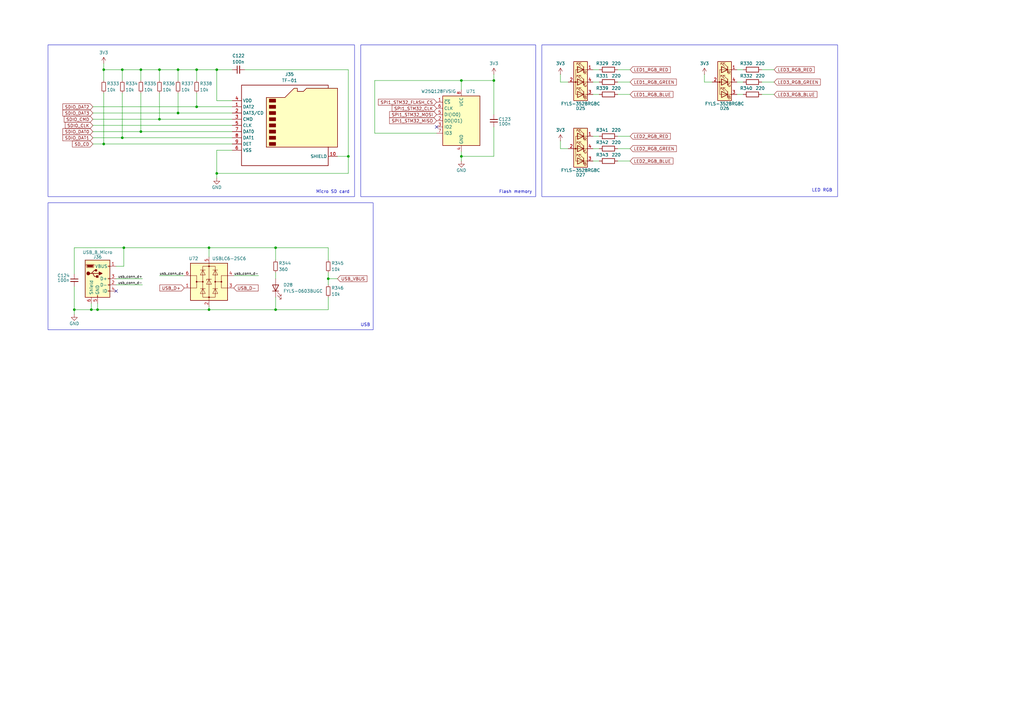
<source format=kicad_sch>
(kicad_sch (version 20231120) (generator "eeschema") (generator_version "8.0")
  (paper "A3")
  (lib_symbols
    (symbol "Connector:Micro_SD_Card_Det1"
      (property "Reference" "J1" (at 0.635 20.32 0))
      (property "Value" "Micro_SD_Card_Con" (at 0.635 17.78 0))
      (symbol "Micro_SD_Card_Det1_0_1"
        (rectangle (start -7.62 -6.985) (end -5.08 -8.255) (stroke (width 0.254)) (fill (type outline)))
        (rectangle (start -7.62 -4.445) (end -5.08 -5.715) (stroke (width 0.254)) (fill (type outline)))
        (rectangle (start -7.62 -1.905) (end -5.08 -3.175) (stroke (width 0.254)) (fill (type outline)))
        (rectangle (start -7.62 0.635) (end -5.08 -0.635) (stroke (width 0.254)) (fill (type outline)))
        (rectangle (start -7.62 3.175) (end -5.08 1.905) (stroke (width 0.254)) (fill (type outline)))
        (rectangle (start -7.62 5.715) (end -5.08 4.445) (stroke (width 0.254)) (fill (type outline)))
        (rectangle (start -7.62 8.255) (end -5.08 6.985) (stroke (width 0.254)) (fill (type outline)))
        (rectangle (start -7.62 10.795) (end -5.08 9.525) (stroke (width 0.254)) (fill (type outline)))
        (polyline (pts (xy 16.51 15.24) (xy 16.51 16.51) (xy -19.05 16.51) (xy -19.05 -16.51) (xy 16.51 -16.51) (xy 16.51 -8.89)) (stroke (width 0.254)))
        (polyline (pts (xy -8.89 -8.89) (xy -8.89 11.43) (xy -1.27 11.43) (xy 2.54 15.24) (xy 3.81 15.24) (xy 3.81 13.97) (xy 6.35 13.97) (xy 7.62 15.24) (xy 20.32 15.24) (xy 20.32 -8.89) (xy -8.89 -8.89)) (stroke (width 0.254)) (fill (type background)))
      )
      (symbol "Micro_SD_Card_Det1_1_1"
        (pin bidirectional line (at -22.86 7.62 0) (length 3.81) (name "DAT2") (number "1"))
        (pin passive line (at 20.32 -12.7 180) (length 3.81) (name "SHIELD") (number "10"))
        (pin bidirectional line (at -22.86 5.08 0) (length 3.81) (name "DAT3/CD") (number "2"))
        (pin input line (at -22.86 2.54 0) (length 3.81) (name "CMD") (number "3"))
        (pin power_in line (at -22.86 10.16 0) (length 3.81) (name "VDD") (number "4"))
        (pin input line (at -22.86 0 0) (length 3.81) (name "CLK") (number "5"))
        (pin power_in line (at -22.86 -10.16 0) (length 3.81) (name "VSS") (number "6"))
        (pin bidirectional line (at -22.86 -2.54 0) (length 3.81) (name "DAT0") (number "7"))
        (pin bidirectional line (at -22.86 -5.08 0) (length 3.81) (name "DAT1") (number "8"))
        (pin passive line (at -22.86 -7.62 0) (length 3.81) (name "DET") (number "9"))
      )
    )
    (symbol "Connector:USB_B_Micro" (pin_names (offset 1.016))
      (property "Reference" "J" (at -5.08 11.43 0))
      (property "Value" "USB_B_Micro" (at -5.08 8.89 0))
      (symbol "USB_B_Micro_0_1"
        (rectangle (start -5.08 -7.62) (end 5.08 7.62) (stroke (width 0.254)) (fill (type background)))
        (circle (center -3.81 2.159) (radius 0.635) (stroke (width 0.254)) (fill (type outline)))
        (circle (center -0.635 3.429) (radius 0.381) (stroke (width 0.254)) (fill (type outline)))
        (rectangle (start -0.127 -7.62) (end 0.127 -6.858))
        (polyline (pts (xy -1.905 2.159) (xy 0.635 2.159)) (stroke (width 0.254)))
        (polyline (pts (xy -3.175 2.159) (xy -2.54 2.159) (xy -1.27 3.429) (xy -0.635 3.429)) (stroke (width 0.254)))
        (polyline (pts (xy -2.54 2.159) (xy -1.905 2.159) (xy -1.27 0.889) (xy 0 0.889)) (stroke (width 0.254)))
        (polyline (pts (xy 0.635 2.794) (xy 0.635 1.524) (xy 1.905 2.159) (xy 0.635 2.794)) (stroke (width 0.254)) (fill (type outline)))
        (polyline (pts (xy -4.318 5.588) (xy -1.778 5.588) (xy -2.032 4.826) (xy -4.064 4.826) (xy -4.318 5.588)) (fill (type outline)))
        (polyline (pts (xy -4.699 5.842) (xy -4.699 5.588) (xy -4.445 4.826) (xy -4.445 4.572) (xy -1.651 4.572) (xy -1.651 4.826) (xy -1.397 5.588) (xy -1.397 5.842) (xy -4.699 5.842)))
        (rectangle (start 0.254 1.27) (end -0.508 0.508) (stroke (width 0.254)) (fill (type outline)))
        (rectangle (start 5.08 -5.207) (end 4.318 -4.953))
        (rectangle (start 5.08 -2.667) (end 4.318 -2.413))
        (rectangle (start 5.08 -0.127) (end 4.318 0.127))
        (rectangle (start 5.08 4.953) (end 4.318 5.207))
      )
      (symbol "USB_B_Micro_1_1"
        (pin power_out line (at 7.62 5.08 180) (length 2.54) (name "VBUS") (number "1"))
        (pin bidirectional line (at 7.62 -2.54 180) (length 2.54) (name "D-") (number "2"))
        (pin bidirectional line (at 7.62 0 180) (length 2.54) (name "D+") (number "3"))
        (pin passive line (at 7.62 -5.08 180) (length 2.54) (name "ID") (number "4"))
        (pin power_out line (at 0 -10.16 90) (length 2.54) (name "GND") (number "5"))
        (pin passive line (at -2.54 -10.16 90) (length 2.54) (name "Shield") (number "6"))
      )
    )
    (symbol "Device:C_Small" (pin_numbers hide) (pin_names (offset 0.254) hide)
      (property "Reference" "C" (at 0.254 1.778 0))
      (property "Value" "C_Small" (at 0.254 -2.032 0))
      (symbol "C_Small_0_1"
        (polyline (pts (xy -1.524 -0.508) (xy 1.524 -0.508)) (stroke (width 0.3302)))
        (polyline (pts (xy -1.524 0.508) (xy 1.524 0.508)) (stroke (width 0.3048)))
      )
      (symbol "C_Small_1_1"
        (pin passive line (at 0 2.54 270) (length 2.032) (name "~") (number "1"))
        (pin passive line (at 0 -2.54 90) (length 2.032) (name "~") (number "2"))
      )
    )
    (symbol "Device:LED" (pin_numbers hide) (pin_names (offset 1.016) hide)
      (property "Reference" "D" (at 0 2.54 0))
      (property "Value" "LED" (at 0 -2.54 0))
      (symbol "LED_0_1"
        (polyline (pts (xy -1.27 -1.27) (xy -1.27 1.27)) (stroke (width 0.254)))
        (polyline (pts (xy -1.27 0) (xy 1.27 0)))
        (polyline (pts (xy 1.27 -1.27) (xy 1.27 1.27) (xy -1.27 0) (xy 1.27 -1.27)) (stroke (width 0.254)))
        (polyline (pts (xy -3.048 -0.762) (xy -4.572 -2.286) (xy -3.81 -2.286) (xy -4.572 -2.286) (xy -4.572 -1.524)))
        (polyline (pts (xy -1.778 -0.762) (xy -3.302 -2.286) (xy -2.54 -2.286) (xy -3.302 -2.286) (xy -3.302 -1.524)))
      )
      (symbol "LED_1_1"
        (pin passive line (at -3.81 0 0) (length 2.54) (name "K") (number "1"))
        (pin passive line (at 3.81 0 180) (length 2.54) (name "A") (number "2"))
      )
    )
    (symbol "Device:LED_RGBA" (pin_names (offset 0) hide)
      (property "Reference" "D1" (at 0 -10.795 0))
      (property "Value" "LED_RGBA" (at 0 -8.89 0))
      (symbol "LED_RGBA_0_0"
        (text "B" (at -1.905 -6.35 0) (effects (font (size 1.27 1.27))))
        (text "G" (at -1.905 -1.27 0) (effects (font (size 1.27 1.27))))
        (text "R" (at -1.905 3.81 0) (effects (font (size 1.27 1.27))))
      )
      (symbol "LED_RGBA_0_1"
        (polyline (pts (xy -1.27 -5.08) (xy -2.54 -5.08)))
        (polyline (pts (xy -1.27 -5.08) (xy 1.27 -5.08)))
        (polyline (pts (xy -1.27 -3.81) (xy -1.27 -6.35)) (stroke (width 0.254)))
        (polyline (pts (xy -1.27 0) (xy -2.54 0)))
        (polyline (pts (xy -1.27 1.27) (xy -1.27 -1.27)) (stroke (width 0.254)))
        (polyline (pts (xy -1.27 5.08) (xy -2.54 5.08)))
        (polyline (pts (xy -1.27 5.08) (xy 1.27 5.08)))
        (polyline (pts (xy -1.27 6.35) (xy -1.27 3.81)) (stroke (width 0.254)))
        (polyline (pts (xy 1.27 0) (xy -1.27 0)))
        (polyline (pts (xy 1.27 0) (xy 2.54 0)))
        (polyline (pts (xy -1.27 1.27) (xy -1.27 -1.27) (xy -1.27 -1.27)))
        (polyline (pts (xy -1.27 6.35) (xy -1.27 3.81) (xy -1.27 3.81)))
        (polyline (pts (xy 1.27 -5.08) (xy 2.032 -5.08) (xy 2.032 5.08) (xy 1.27 5.08)))
        (polyline (pts (xy 1.27 -3.81) (xy 1.27 -6.35) (xy -1.27 -5.08) (xy 1.27 -3.81)) (stroke (width 0.254)))
        (polyline (pts (xy 1.27 1.27) (xy 1.27 -1.27) (xy -1.27 0) (xy 1.27 1.27)) (stroke (width 0.254)))
        (polyline (pts (xy 1.27 6.35) (xy 1.27 3.81) (xy -1.27 5.08) (xy 1.27 6.35)) (stroke (width 0.254)))
        (polyline (pts (xy -1.016 -3.81) (xy 0.508 -2.286) (xy -0.254 -2.286) (xy 0.508 -2.286) (xy 0.508 -3.048)))
        (polyline (pts (xy -1.016 1.27) (xy 0.508 2.794) (xy -0.254 2.794) (xy 0.508 2.794) (xy 0.508 2.032)))
        (polyline (pts (xy -1.016 6.35) (xy 0.508 7.874) (xy -0.254 7.874) (xy 0.508 7.874) (xy 0.508 7.112)))
        (polyline (pts (xy 0 -3.81) (xy 1.524 -2.286) (xy 0.762 -2.286) (xy 1.524 -2.286) (xy 1.524 -3.048)))
        (polyline (pts (xy 0 1.27) (xy 1.524 2.794) (xy 0.762 2.794) (xy 1.524 2.794) (xy 1.524 2.032)))
        (polyline (pts (xy 0 6.35) (xy 1.524 7.874) (xy 0.762 7.874) (xy 1.524 7.874) (xy 1.524 7.112)))
        (rectangle (start 1.27 -1.27) (end 1.27 1.27))
        (rectangle (start 1.27 1.27) (end 1.27 1.27))
        (rectangle (start 1.27 3.81) (end 1.27 6.35))
        (rectangle (start 1.27 6.35) (end 1.27 6.35))
        (circle (center 2.032 0) (radius 0.254) (fill (type outline)))
        (rectangle (start 2.794 8.382) (end -2.794 -7.62) (stroke (width 0.254)) (fill (type background)))
      )
      (symbol "LED_RGBA_1_1"
        (pin passive line (at -5.08 5.08 0) (length 2.54) (name "RK") (number "1"))
        (pin passive line (at 5.08 0 180) (length 2.54) (name "A") (number "2"))
        (pin passive line (at -5.08 -5.08 0) (length 2.54) (name "BK") (number "3"))
        (pin passive line (at -5.08 0 0) (length 2.54) (name "GK") (number "4"))
      )
    )
    (symbol "Device:R" (pin_numbers hide) (pin_names (offset 0))
      (property "Reference" "R" (at 2.032 0 90))
      (property "Value" "R" (at 0 0 90))
      (symbol "R_0_1"
        (rectangle (start -1.016 -2.54) (end 1.016 2.54) (stroke (width 0.254)))
      )
      (symbol "R_1_1"
        (pin passive line (at 0 3.81 270) (length 1.27) (name "~") (number "1"))
        (pin passive line (at 0 -3.81 90) (length 1.27) (name "~") (number "2"))
      )
    )
    (symbol "Device:R_Small" (pin_numbers hide) (pin_names (offset 0.254) hide)
      (property "Reference" "R" (at 0.762 0.508 0))
      (property "Value" "R_Small" (at 0.762 -1.016 0))
      (symbol "R_Small_0_1"
        (rectangle (start -0.762 1.778) (end 0.762 -1.778) (stroke (width 0.2032)))
      )
      (symbol "R_Small_1_1"
        (pin passive line (at 0 2.54 270) (length 0.762) (name "~") (number "1"))
        (pin passive line (at 0 -2.54 90) (length 0.762) (name "~") (number "2"))
      )
    )
    (symbol "GND_2" (power) (pin_numbers hide) (pin_names (offset 0) hide)
      (property "Value" "GND" (at 0 -3.81 0))
      (symbol "GND_2_0_1"
        (polyline (pts (xy 0 0) (xy 0 -1.27) (xy 1.27 -1.27) (xy 0 -2.54) (xy -1.27 -1.27) (xy 0 -1.27)))
      )
      (symbol "GND_2_1_1"
        (pin power_in line (at 0 0 270) (length 0) (name "~") (number "1"))
      )
    )
    (symbol "LED_RGBA_1" (pin_names (offset 0) hide)
      (property "Reference" "D8" (at 0 -10.795 0))
      (property "Value" "LED_RGBA" (at 0 -8.89 0))
      (symbol "LED_RGBA_1_0_0"
        (text "B" (at -1.905 -6.35 0) (effects (font (size 1.27 1.27))))
        (text "G" (at -1.905 -1.27 0) (effects (font (size 1.27 1.27))))
        (text "R" (at -1.905 3.81 0) (effects (font (size 1.27 1.27))))
      )
      (symbol "LED_RGBA_1_0_1"
        (polyline (pts (xy -1.27 -5.08) (xy -2.54 -5.08)))
        (polyline (pts (xy -1.27 -5.08) (xy 1.27 -5.08)))
        (polyline (pts (xy -1.27 -3.81) (xy -1.27 -6.35)) (stroke (width 0.254)))
        (polyline (pts (xy -1.27 0) (xy -2.54 0)))
        (polyline (pts (xy -1.27 1.27) (xy -1.27 -1.27)) (stroke (width 0.254)))
        (polyline (pts (xy -1.27 5.08) (xy -2.54 5.08)))
        (polyline (pts (xy -1.27 5.08) (xy 1.27 5.08)))
        (polyline (pts (xy -1.27 6.35) (xy -1.27 3.81)) (stroke (width 0.254)))
        (polyline (pts (xy 1.27 0) (xy -1.27 0)))
        (polyline (pts (xy 1.27 0) (xy 2.54 0)))
        (polyline (pts (xy -1.27 1.27) (xy -1.27 -1.27) (xy -1.27 -1.27)))
        (polyline (pts (xy -1.27 6.35) (xy -1.27 3.81) (xy -1.27 3.81)))
        (polyline (pts (xy 1.27 -5.08) (xy 2.032 -5.08) (xy 2.032 5.08) (xy 1.27 5.08)))
        (polyline (pts (xy 1.27 -3.81) (xy 1.27 -6.35) (xy -1.27 -5.08) (xy 1.27 -3.81)) (stroke (width 0.254)))
        (polyline (pts (xy 1.27 1.27) (xy 1.27 -1.27) (xy -1.27 0) (xy 1.27 1.27)) (stroke (width 0.254)))
        (polyline (pts (xy 1.27 6.35) (xy 1.27 3.81) (xy -1.27 5.08) (xy 1.27 6.35)) (stroke (width 0.254)))
        (polyline (pts (xy -1.016 -3.81) (xy 0.508 -2.286) (xy -0.254 -2.286) (xy 0.508 -2.286) (xy 0.508 -3.048)))
        (polyline (pts (xy -1.016 1.27) (xy 0.508 2.794) (xy -0.254 2.794) (xy 0.508 2.794) (xy 0.508 2.032)))
        (polyline (pts (xy -1.016 6.35) (xy 0.508 7.874) (xy -0.254 7.874) (xy 0.508 7.874) (xy 0.508 7.112)))
        (polyline (pts (xy 0 -3.81) (xy 1.524 -2.286) (xy 0.762 -2.286) (xy 1.524 -2.286) (xy 1.524 -3.048)))
        (polyline (pts (xy 0 1.27) (xy 1.524 2.794) (xy 0.762 2.794) (xy 1.524 2.794) (xy 1.524 2.032)))
        (polyline (pts (xy 0 6.35) (xy 1.524 7.874) (xy 0.762 7.874) (xy 1.524 7.874) (xy 1.524 7.112)))
        (rectangle (start 1.27 -1.27) (end 1.27 1.27))
        (rectangle (start 1.27 1.27) (end 1.27 1.27))
        (rectangle (start 1.27 3.81) (end 1.27 6.35))
        (rectangle (start 1.27 6.35) (end 1.27 6.35))
        (circle (center 2.032 0) (radius 0.254) (fill (type outline)))
        (rectangle (start 2.794 8.382) (end -2.794 -7.62) (stroke (width 0.254)) (fill (type background)))
      )
      (symbol "LED_RGBA_1_1_1"
        (pin passive line (at -5.08 5.08 0) (length 2.54) (name "RK") (number "1"))
        (pin passive line (at 5.08 0 180) (length 2.54) (name "A") (number "2"))
        (pin passive line (at -5.08 -5.08 0) (length 2.54) (name "BK") (number "3"))
        (pin passive line (at -5.08 0 0) (length 2.54) (name "GK") (number "4"))
      )
    )
    (symbol "Memory_Flash:W25Q32JVSS"
      (property "Reference" "U" (at -6.35 11.43 0))
      (property "Value" "W25Q32JVSS" (at 7.62 11.43 0))
      (symbol "W25Q32JVSS_0_1"
        (rectangle (start -7.62 10.16) (end 7.62 -10.16) (stroke (width 0.254)) (fill (type background)))
      )
      (symbol "W25Q32JVSS_1_1"
        (pin input line (at -10.16 7.62 0) (length 2.54) (name "~{CS}") (number "1"))
        (pin bidirectional line (at -10.16 0 0) (length 2.54) (name "DO(IO1)") (number "2"))
        (pin bidirectional line (at -10.16 -2.54 0) (length 2.54) (name "IO2") (number "3"))
        (pin power_in line (at 0 -12.7 90) (length 2.54) (name "GND") (number "4"))
        (pin bidirectional line (at -10.16 2.54 0) (length 2.54) (name "DI(IO0)") (number "5"))
        (pin input line (at -10.16 5.08 0) (length 2.54) (name "CLK") (number "6"))
        (pin bidirectional line (at -10.16 -5.08 0) (length 2.54) (name "IO3") (number "7"))
        (pin power_in line (at 0 12.7 270) (length 2.54) (name "VCC") (number "8"))
      )
    )
    (symbol "Power_Protection:USBLC6-2SC6" (pin_names hide)
      (property "Reference" "U" (at 2.54 8.89 0))
      (property "Value" "USBLC6-2SC6" (at 2.54 -8.89 0))
      (symbol "USBLC6-2SC6_0_1"
        (rectangle (start -7.62 -7.62) (end 7.62 7.62) (stroke (width 0.254)) (fill (type background)))
        (circle (center -5.08 0) (radius 0.254) (fill (type outline)))
        (circle (center -2.54 0) (radius 0.254) (fill (type outline)))
        (rectangle (start -2.54 6.35) (end 2.54 -6.35))
        (circle (center 0 -6.35) (radius 0.254) (fill (type outline)))
        (polyline (pts (xy -5.08 -2.54) (xy -7.62 -2.54)))
        (polyline (pts (xy -5.08 0) (xy -5.08 -2.54)))
        (polyline (pts (xy -5.08 2.54) (xy -7.62 2.54)))
        (polyline (pts (xy -1.524 -2.794) (xy -3.556 -2.794)))
        (polyline (pts (xy -1.524 4.826) (xy -3.556 4.826)))
        (polyline (pts (xy 0 -7.62) (xy 0 -6.35)))
        (polyline (pts (xy 0 -6.35) (xy 0 1.27)))
        (polyline (pts (xy 0 1.27) (xy 0 6.35)))
        (polyline (pts (xy 0 6.35) (xy 0 7.62)))
        (polyline (pts (xy 1.524 -2.794) (xy 3.556 -2.794)))
        (polyline (pts (xy 1.524 4.826) (xy 3.556 4.826)))
        (polyline (pts (xy 5.08 -2.54) (xy 7.62 -2.54)))
        (polyline (pts (xy 5.08 0) (xy 5.08 -2.54)))
        (polyline (pts (xy 5.08 2.54) (xy 7.62 2.54)))
        (polyline (pts (xy -2.54 0) (xy -5.08 0) (xy -5.08 2.54)))
        (polyline (pts (xy 2.54 0) (xy 5.08 0) (xy 5.08 2.54)))
        (polyline (pts (xy -3.556 -4.826) (xy -1.524 -4.826) (xy -2.54 -2.794) (xy -3.556 -4.826)))
        (polyline (pts (xy -3.556 2.794) (xy -1.524 2.794) (xy -2.54 4.826) (xy -3.556 2.794)))
        (polyline (pts (xy -1.016 -1.016) (xy 1.016 -1.016) (xy 0 1.016) (xy -1.016 -1.016)))
        (polyline (pts (xy 1.016 1.016) (xy 0.762 1.016) (xy -1.016 1.016) (xy -1.016 0.508)))
        (polyline (pts (xy 3.556 -4.826) (xy 1.524 -4.826) (xy 2.54 -2.794) (xy 3.556 -4.826)))
        (polyline (pts (xy 3.556 2.794) (xy 1.524 2.794) (xy 2.54 4.826) (xy 3.556 2.794)))
        (circle (center 0 6.35) (radius 0.254) (fill (type outline)))
        (circle (center 2.54 0) (radius 0.254) (fill (type outline)))
        (circle (center 5.08 0) (radius 0.254) (fill (type outline)))
      )
      (symbol "USBLC6-2SC6_1_1"
        (pin passive line (at -10.16 -2.54 0) (length 2.54) (name "I/O1") (number "1"))
        (pin passive line (at 0 -10.16 90) (length 2.54) (name "GND") (number "2"))
        (pin passive line (at 10.16 -2.54 180) (length 2.54) (name "I/O2") (number "3"))
        (pin passive line (at 10.16 2.54 180) (length 2.54) (name "I/O2") (number "4"))
        (pin passive line (at 0 10.16 270) (length 2.54) (name "VBUS") (number "5"))
        (pin passive line (at -10.16 2.54 0) (length 2.54) (name "I/O1") (number "6"))
      )
    )
    (symbol "power:+5V" (power) (pin_numbers hide) (pin_names (offset 0) hide)
      (property "Value" "+5V" (at 0 3.556 0))
      (symbol "+5V_0_1"
        (polyline (pts (xy -0.762 1.27) (xy 0 2.54)))
        (polyline (pts (xy 0 0) (xy 0 2.54)))
        (polyline (pts (xy 0 2.54) (xy 0.762 1.27)))
      )
      (symbol "+5V_1_1"
        (pin power_in line (at 0 0 90) (length 0) (name "~") (number "1"))
      )
    )
    (symbol "power:GND" (power) (pin_numbers hide) (pin_names (offset 0) hide)
      (property "Value" "GND" (at 0 -3.81 0))
      (symbol "GND_0_1"
        (polyline (pts (xy 0 0) (xy 0 -1.27) (xy 1.27 -1.27) (xy 0 -2.54) (xy -1.27 -1.27) (xy 0 -1.27)))
      )
      (symbol "GND_1_1"
        (pin power_in line (at 0 0 270) (length 0) (name "~") (number "1"))
      )
    )
  )
  (junction (at 57.785 28.575))
  (junction (at 37.465 127))
  (junction (at 50.8 101.6))
  (junction (at 42.545 28.575))
  (junction (at 80.645 43.815))
  (junction (at 134.62 114.3))
  (junction (at 113.03 101.6))
  (junction (at 189.23 33.02))
  (junction (at 73.025 28.575))
  (junction (at 85.725 127))
  (junction (at 88.9 71.12))
  (junction (at 57.785 53.975))
  (junction (at 50.165 28.575))
  (junction (at 202.565 33.02))
  (junction (at 142.875 64.135))
  (junction (at 42.545 59.055))
  (junction (at 80.645 28.575))
  (junction (at 50.165 56.515))
  (junction (at 30.48 127))
  (junction (at 65.405 48.895))
  (junction (at 40.005 127))
  (junction (at 88.9 28.575))
  (junction (at 113.03 127))
  (junction (at 85.725 101.6))
  (junction (at 189.23 64.135))
  (junction (at 65.405 28.575))
  (junction (at 73.025 46.355))
  (no_connect (at 179.07 52.07))
  (no_connect (at 47.625 119.38))
  (wire (pts (xy 312.42 33.655) (xy 317.5 33.655)))
  (wire (pts (xy 229.87 60.96) (xy 233.045 60.96)))
  (wire (pts (xy 80.645 43.815) (xy 95.25 43.815)))
  (wire (pts (xy 134.62 127) (xy 113.03 127)))
  (wire (pts (xy 38.1 53.975) (xy 57.785 53.975)))
  (wire (pts (xy 253.365 38.735) (xy 258.445 38.735)))
  (wire (pts (xy 153.67 33.02) (xy 153.67 54.61)))
  (wire (pts (xy 73.025 28.575) (xy 73.025 33.02)))
  (wire (pts (xy 95.25 61.595) (xy 88.9 61.595)))
  (wire (pts (xy 113.03 101.6) (xy 134.62 101.6)))
  (wire (pts (xy 73.025 38.1) (xy 73.025 46.355)))
  (wire (pts (xy 42.545 26.035) (xy 42.545 28.575)))
  (wire (pts (xy 302.26 38.735) (xy 304.8 38.735)))
  (wire (pts (xy 50.165 38.1) (xy 50.165 56.515)))
  (wire (pts (xy 202.565 52.07) (xy 202.565 64.135)))
  (wire (pts (xy 113.03 106.68) (xy 113.03 101.6)))
  (wire (pts (xy 38.1 59.055) (xy 42.545 59.055)))
  (wire (pts (xy 88.9 61.595) (xy 88.9 71.12)))
  (wire (pts (xy 30.48 127) (xy 37.465 127)))
  (wire (pts (xy 80.645 28.575) (xy 80.645 33.02)))
  (wire (pts (xy 65.405 113.03) (xy 75.565 113.03)))
  (wire (pts (xy 189.23 62.23) (xy 189.23 64.135)))
  (wire (pts (xy 88.9 71.12) (xy 88.9 73.025)))
  (wire (pts (xy 113.03 127) (xy 85.725 127)))
  (wire (pts (xy 253.365 66.04) (xy 258.445 66.04)))
  (wire (pts (xy 37.465 124.46) (xy 37.465 127)))
  (wire (pts (xy 189.23 64.135) (xy 189.23 66.04)))
  (wire (pts (xy 88.9 28.575) (xy 88.9 41.275)))
  (wire (pts (xy 134.62 114.3) (xy 138.43 114.3)))
  (wire (pts (xy 42.545 59.055) (xy 95.25 59.055)))
  (wire (pts (xy 229.87 33.655) (xy 233.045 33.655)))
  (wire (pts (xy 106.045 113.03) (xy 95.885 113.03)))
  (wire (pts (xy 85.725 101.6) (xy 113.03 101.6)))
  (wire (pts (xy 38.1 46.355) (xy 73.025 46.355)))
  (wire (pts (xy 65.405 28.575) (xy 65.405 33.02)))
  (wire (pts (xy 88.9 28.575) (xy 80.645 28.575)))
  (wire (pts (xy 50.165 56.515) (xy 95.25 56.515)))
  (wire (pts (xy 30.48 101.6) (xy 50.8 101.6)))
  (wire (pts (xy 243.205 38.735) (xy 245.745 38.735)))
  (wire (pts (xy 47.625 114.3) (xy 58.42 114.3)))
  (wire (pts (xy 153.67 33.02) (xy 189.23 33.02)))
  (wire (pts (xy 38.1 56.515) (xy 50.165 56.515)))
  (wire (pts (xy 50.165 28.575) (xy 50.165 33.02)))
  (wire (pts (xy 38.1 48.895) (xy 65.405 48.895)))
  (wire (pts (xy 243.205 60.96) (xy 245.745 60.96)))
  (wire (pts (xy 312.42 38.735) (xy 317.5 38.735)))
  (wire (pts (xy 85.725 125.73) (xy 85.725 127)))
  (wire (pts (xy 88.9 28.575) (xy 95.25 28.575)))
  (wire (pts (xy 142.875 71.12) (xy 142.875 64.135)))
  (wire (pts (xy 202.565 30.48) (xy 202.565 33.02)))
  (wire (pts (xy 40.005 127) (xy 85.725 127)))
  (wire (pts (xy 288.925 33.655) (xy 288.925 30.48)))
  (wire (pts (xy 253.365 60.96) (xy 258.445 60.96)))
  (wire (pts (xy 189.23 33.02) (xy 202.565 33.02)))
  (wire (pts (xy 73.025 28.575) (xy 65.405 28.575)))
  (wire (pts (xy 202.565 33.02) (xy 202.565 46.99)))
  (wire (pts (xy 113.03 121.92) (xy 113.03 127)))
  (wire (pts (xy 243.205 66.04) (xy 245.745 66.04)))
  (wire (pts (xy 100.33 28.575) (xy 142.875 28.575)))
  (wire (pts (xy 134.62 121.92) (xy 134.62 127)))
  (wire (pts (xy 57.785 28.575) (xy 57.785 33.02)))
  (wire (pts (xy 73.025 46.355) (xy 95.25 46.355)))
  (wire (pts (xy 189.23 33.02) (xy 189.23 36.83)))
  (wire (pts (xy 243.205 28.575) (xy 245.745 28.575)))
  (wire (pts (xy 57.785 28.575) (xy 50.165 28.575)))
  (wire (pts (xy 243.205 33.655) (xy 245.745 33.655)))
  (wire (pts (xy 50.8 101.6) (xy 50.8 109.22)))
  (wire (pts (xy 47.625 116.84) (xy 58.42 116.84)))
  (wire (pts (xy 30.48 101.6) (xy 30.48 112.395)))
  (wire (pts (xy 113.03 111.76) (xy 113.03 114.3)))
  (wire (pts (xy 243.205 55.88) (xy 245.745 55.88)))
  (wire (pts (xy 38.1 51.435) (xy 95.25 51.435)))
  (wire (pts (xy 37.465 127) (xy 40.005 127)))
  (wire (pts (xy 142.875 28.575) (xy 142.875 64.135)))
  (wire (pts (xy 229.87 33.655) (xy 229.87 30.48)))
  (wire (pts (xy 179.07 54.61) (xy 153.67 54.61)))
  (wire (pts (xy 47.625 109.22) (xy 50.8 109.22)))
  (wire (pts (xy 253.365 28.575) (xy 258.445 28.575)))
  (wire (pts (xy 80.645 28.575) (xy 73.025 28.575)))
  (wire (pts (xy 65.405 48.895) (xy 95.25 48.895)))
  (wire (pts (xy 80.645 38.1) (xy 80.645 43.815)))
  (wire (pts (xy 38.1 43.815) (xy 80.645 43.815)))
  (wire (pts (xy 85.725 101.6) (xy 85.725 105.41)))
  (wire (pts (xy 65.405 38.1) (xy 65.405 48.895)))
  (wire (pts (xy 134.62 111.76) (xy 134.62 114.3)))
  (wire (pts (xy 57.785 53.975) (xy 95.25 53.975)))
  (wire (pts (xy 65.405 28.575) (xy 57.785 28.575)))
  (wire (pts (xy 42.545 28.575) (xy 42.545 33.02)))
  (wire (pts (xy 312.42 28.575) (xy 317.5 28.575)))
  (wire (pts (xy 253.365 55.88) (xy 258.445 55.88)))
  (wire (pts (xy 42.545 38.1) (xy 42.545 59.055)))
  (wire (pts (xy 57.785 38.1) (xy 57.785 53.975)))
  (wire (pts (xy 229.87 60.96) (xy 229.87 57.785)))
  (wire (pts (xy 253.365 33.655) (xy 258.445 33.655)))
  (wire (pts (xy 50.8 101.6) (xy 85.725 101.6)))
  (wire (pts (xy 142.875 64.135) (xy 138.43 64.135)))
  (wire (pts (xy 50.165 28.575) (xy 42.545 28.575)))
  (wire (pts (xy 302.26 28.575) (xy 304.8 28.575)))
  (wire (pts (xy 88.9 41.275) (xy 95.25 41.275)))
  (wire (pts (xy 134.62 101.6) (xy 134.62 106.68)))
  (wire (pts (xy 189.23 64.135) (xy 202.565 64.135)))
  (wire (pts (xy 302.26 33.655) (xy 304.8 33.655)))
  (wire (pts (xy 88.9 71.12) (xy 142.875 71.12)))
  (wire (pts (xy 30.48 117.475) (xy 30.48 127)))
  (wire (pts (xy 40.005 124.46) (xy 40.005 127)))
  (wire (pts (xy 288.925 33.655) (xy 292.1 33.655)))
  (wire (pts (xy 134.62 114.3) (xy 134.62 116.84)))
  (wire (pts (xy 30.48 127) (xy 30.48 128.905)))
  (rectangle (start 19.685 83.185) (end 153.035 135.255))
  (rectangle (start 147.955 18.415) (end 219.71 80.645))
  (rectangle (start 222.25 18.415) (end 343.535 80.645))
  (rectangle (start 19.685 18.415) (end 145.415 80.645))
  (text "Micro SD card" (at 136.525 78.74 0) (effects (font (size 1.27 1.27))))
  (text "LED RGB" (at 337.185 78.105 0) (effects (font (size 1.27 1.27))))
  (text "USB" (at 149.86 133.35 0) (effects (font (size 1.27 1.27))))
  (text "Flash memory" (at 211.455 78.74 0) (effects (font (size 1.27 1.27))))
  (label "usb_conn_d+" (at 65.405 113.03 0) (effects (font (size 1 1))))
  (label "usb_conn_d-" (at 106.045 113.03 180) (effects (font (size 1 1))))
  (label "usb_conn_d-" (at 58.42 116.84 180) (effects (font (size 1 1))))
  (label "usb_conn_d+" (at 58.42 114.3 180) (effects (font (size 1 1))))
  (global_label "SPI1_STM32_CLK" (shape input) (at 179.07 44.45 180) (property "Intersheetrefs" "${INTERSHEET_REFS}" (at 160.2402 44.45 0) (effects (justify right))))
  (global_label "LED2_RGB_GREEN" (shape input) (at 258.445 60.96 0) (property "Intersheetrefs" "${INTERSHEET_REFS}" (at 278.0005 60.96 0) (effects (justify left))))
  (global_label "LED2_RGB_BLUE" (shape input) (at 258.445 66.04 0) (property "Intersheetrefs" "${INTERSHEET_REFS}" (at 276.6096 66.04 0) (effects (justify left))))
  (global_label "LED1_RGB_GREEN" (shape input) (at 258.445 33.655 0) (property "Intersheetrefs" "${INTERSHEET_REFS}" (at 278.0005 33.655 0) (effects (justify left))))
  (global_label "LED1_RGB_BLUE" (shape input) (at 258.445 38.735 0) (property "Intersheetrefs" "${INTERSHEET_REFS}" (at 276.6096 38.735 0) (effects (justify left))))
  (global_label "SD_CD" (shape input) (at 38.1 59.055 180) (property "Intersheetrefs" "${INTERSHEET_REFS}" (at 29.2071 59.055 0) (effects (justify right))))
  (global_label "LED3_RGB_BLUE" (shape input) (at 317.5 38.735 0) (property "Intersheetrefs" "${INTERSHEET_REFS}" (at 335.6646 38.735 0) (effects (justify left))))
  (global_label "LED3_RGB_GREEN" (shape input) (at 317.5 33.655 0) (property "Intersheetrefs" "${INTERSHEET_REFS}" (at 337.0555 33.655 0) (effects (justify left))))
  (global_label "SDIO_DAT0" (shape input) (at 38.1 53.975 180) (property "Intersheetrefs" "${INTERSHEET_REFS}" (at 25.2761 53.975 0) (effects (justify right))))
  (global_label "USB_VBUS" (shape input) (at 138.43 114.3 0) (property "Intersheetrefs" "${INTERSHEET_REFS}" (at 151.0914 114.3 0) (effects (justify left))))
  (global_label "SDIO_DAT2" (shape input) (at 38.1 43.815 180) (property "Intersheetrefs" "${INTERSHEET_REFS}" (at 25.2761 43.815 0) (effects (justify right))))
  (global_label "SPI1_STM32_FLASH_CS" (shape input) (at 179.07 41.91 180) (property "Intersheetrefs" "${INTERSHEET_REFS}" (at 154.6159 41.91 0) (effects (justify right))))
  (global_label "SDIO_CMD" (shape input) (at 38.1 48.895 180) (property "Intersheetrefs" "${INTERSHEET_REFS}" (at 25.8204 48.895 0) (effects (justify right))))
  (global_label "SPI1_STM32_MOSI" (shape input) (at 179.07 46.99 180) (property "Intersheetrefs" "${INTERSHEET_REFS}" (at 159.2121 46.99 0) (effects (justify right))))
  (global_label "SDIO_DAT3" (shape input) (at 38.1 46.355 180) (property "Intersheetrefs" "${INTERSHEET_REFS}" (at 25.2761 46.355 0) (effects (justify right))))
  (global_label "LED3_RGB_RED" (shape input) (at 317.5 28.575 0) (property "Intersheetrefs" "${INTERSHEET_REFS}" (at 334.576 28.575 0) (effects (justify left))))
  (global_label "LED2_RGB_RED" (shape input) (at 258.445 55.88 0) (property "Intersheetrefs" "${INTERSHEET_REFS}" (at 275.521 55.88 0) (effects (justify left))))
  (global_label "USB_D-" (shape input) (at 95.885 118.11 0) (property "Intersheetrefs" "${INTERSHEET_REFS}" (at 106.4902 118.11 0) (effects (justify left))))
  (global_label "SPI1_STM32_MISO" (shape input) (at 179.07 49.53 180) (property "Intersheetrefs" "${INTERSHEET_REFS}" (at 159.2121 49.53 0) (effects (justify right))))
  (global_label "USB_D+" (shape input) (at 75.565 118.11 180) (property "Intersheetrefs" "${INTERSHEET_REFS}" (at 64.9598 118.11 0) (effects (justify right))))
  (global_label "LED1_RGB_RED" (shape input) (at 258.445 28.575 0) (property "Intersheetrefs" "${INTERSHEET_REFS}" (at 275.521 28.575 0) (effects (justify left))))
  (global_label "SDIO_DAT1" (shape input) (at 38.1 56.515 180) (property "Intersheetrefs" "${INTERSHEET_REFS}" (at 25.2761 56.515 0) (effects (justify right))))
  (global_label "SDIO_CLK" (shape input) (at 38.1 51.435 180) (property "Intersheetrefs" "${INTERSHEET_REFS}" (at 26.2437 51.435 0) (effects (justify right))))
  (symbol (lib_id "Device:R") (at 249.555 38.735 90) (unit 1)
    (property "Reference" "R339" (at 247.015 36.195 90))
    (property "Value" "220" (at 252.73 36.195 90))
    (property "Footprint" "Resistor_SMD:R_0603_1608Metric" (effects (hide yes)))
    (property "Description" "Resistor" (effects (hide yes)))
    (property "Мин. кол-во" "100" (effects (hide yes)))
    (property "Ссылка" "https://www.promelec.ru/product/46446/" (effects (hide yes)))
    (property "Цена" "1" (effects (hide yes)))
    (property "Человекопонятное название" "Толстопленочный ЧИП-резистор 0603 220Ом" (effects (hide yes)))
  )
  (symbol (lib_id "Device:R") (at 249.555 55.88 90) (unit 1)
    (property "Reference" "R341" (at 247.015 53.34 90))
    (property "Value" "220" (at 252.73 53.34 90))
    (property "Footprint" "Resistor_SMD:R_0603_1608Metric" (effects (hide yes)))
    (property "Description" "Resistor" (effects (hide yes)))
    (property "Мин. кол-во" "100" (effects (hide yes)))
    (property "Ссылка" "https://www.promelec.ru/product/46446/" (effects (hide yes)))
    (property "Цена" "1" (effects (hide yes)))
    (property "Человекопонятное название" "Толстопленочный ЧИП-резистор 0603 220Ом" (effects (hide yes)))
  )
  (symbol (lib_id "Device:R") (at 249.555 60.96 90) (unit 1)
    (property "Reference" "R342" (at 247.015 58.42 90))
    (property "Value" "220" (at 252.73 58.42 90))
    (property "Footprint" "Resistor_SMD:R_0603_1608Metric" (effects (hide yes)))
    (property "Description" "Resistor" (effects (hide yes)))
    (property "Мин. кол-во" "100" (effects (hide yes)))
    (property "Ссылка" "https://www.promelec.ru/product/46446/" (effects (hide yes)))
    (property "Цена" "1" (effects (hide yes)))
    (property "Человекопонятное название" "Толстопленочный ЧИП-резистор 0603 220Ом" (effects (hide yes)))
  )
  (symbol (lib_id "Device:R_Small") (at 57.785 35.56 0) (unit 1)
    (property "Reference" "R335" (at 59.055 34.29 0) (effects (justify left)))
    (property "Value" "10k" (at 59.055 36.83 0) (effects (justify left)))
    (property "Footprint" "Resistor_SMD:R_0603_1608Metric" (effects (hide yes)))
    (property "Мин. кол-во" "1000" (effects (hide yes)))
    (property "Ссылка" "https://www.promelec.ru/product/344748/" (effects (hide yes)))
    (property "Цена" "1" (effects (hide yes)))
    (property "Человекопонятное название" "Толстопленочный ЧИП-резистор 0603 10кОм" (effects (hide yes)))
  )
  (symbol (lib_id "power:+5V") (at 202.565 30.48 0) (unit 1)
    (property "Reference" "#PWR0282" (effects (hide yes)))
    (property "Value" "3V3" (at 202.565 26.035 0))
    (property "Description" "Power symbol creates a global label with name \"+5V\"" (effects (hide yes)))
  )
  (symbol (lib_id "Device:R") (at 249.555 33.655 90) (unit 1)
    (property "Reference" "R331" (at 247.015 31.115 90))
    (property "Value" "220" (at 252.73 31.115 90))
    (property "Footprint" "Resistor_SMD:R_0603_1608Metric" (effects (hide yes)))
    (property "Description" "Resistor" (effects (hide yes)))
    (property "Мин. кол-во" "100" (effects (hide yes)))
    (property "Ссылка" "https://www.promelec.ru/product/46446/" (effects (hide yes)))
    (property "Цена" "1" (effects (hide yes)))
    (property "Человекопонятное название" "Толстопленочный ЧИП-резистор 0603 220Ом" (effects (hide yes)))
  )
  (symbol (lib_id "Device:R") (at 308.61 38.735 90) (unit 1)
    (property "Reference" "R340" (at 306.07 36.195 90))
    (property "Value" "220" (at 311.785 36.195 90))
    (property "Footprint" "Resistor_SMD:R_0603_1608Metric" (effects (hide yes)))
    (property "Description" "Resistor" (effects (hide yes)))
    (property "Мин. кол-во" "100" (effects (hide yes)))
    (property "Ссылка" "https://www.promelec.ru/product/46446/" (effects (hide yes)))
    (property "Цена" "1" (effects (hide yes)))
    (property "Человекопонятное название" "Толстопленочный ЧИП-резистор 0603 220Ом" (effects (hide yes)))
  )
  (symbol (lib_id "Device:LED") (at 113.03 118.11 90) (unit 1)
    (property "Reference" "D28" (at 116.205 116.84 90) (effects (justify right)))
    (property "Value" "FYLS-0603BUGC" (at 116.205 119.38 90) (effects (justify right)))
    (property "Footprint" "user_lib:LED_0603_1608Metric" (effects (hide yes)))
    (property "Description" "Light emitting diode" (effects (hide yes)))
    (property "Мин. кол-во" "3" (effects (hide yes)))
    (property "Ссылка" "https://www.promelec.ru/product/324327/" (effects (hide yes)))
    (property "Цена" "5" (effects (hide yes)))
    (property "Человекопонятное название" "Светодиод smd 1,6х0,8мм/зеленый/568нм/65мкд/прозрачный/130°" (effects (hide yes)))
  )
  (symbol (lib_id "Memory_Flash:W25Q32JVSS") (at 189.23 49.53 0) (unit 1)
    (property "Reference" "U71" (at 191.135 37.465 0) (effects (justify left)))
    (property "Value" "W25Q128FVSIG" (at 172.72 37.465 0) (effects (justify left)))
    (property "Footprint" "user_lib:SOIC-8_5.23x5.23mm_P1.27mm" (effects (hide yes)))
    (property "Datasheet" "http://www.winbond.com/resource-files/w25q32jv%20revg%2003272018%20plus.pdf" (effects (hide yes)))
    (property "Description" "32Mb Serial Flash Memory, Standard/Dual/Quad SPI, SOIC-8" (effects (hide yes)))
    (property "Мин. кол-во" "2" (effects (hide yes)))
    (property "Ссылка" "https://www.promelec.ru/product/342088/" (effects (hide yes)))
    (property "Цена" "127" (effects (hide yes)))
    (property "Человекопонятное название" "Флэш-память" (effects (hide yes)))
  )
  (symbol (lib_id "power:+5V") (at 229.87 30.48 0) (unit 1)
    (property "Reference" "#PWR0283" (effects (hide yes)))
    (property "Value" "3V3" (at 229.87 26.035 0))
    (property "Description" "Power symbol creates a global label with name \"+5V\"" (effects (hide yes)))
  )
  (symbol (lib_id "power:+5V") (at 229.87 57.785 0) (unit 1)
    (property "Reference" "#PWR0285" (effects (hide yes)))
    (property "Value" "3V3" (at 229.87 53.34 0))
    (property "Description" "Power symbol creates a global label with name \"+5V\"" (effects (hide yes)))
  )
  (symbol (lib_id "Device:R_Small") (at 73.025 35.56 0) (unit 1)
    (property "Reference" "R337" (at 74.295 34.29 0) (effects (justify left)))
    (property "Value" "10k" (at 74.295 36.83 0) (effects (justify left)))
    (property "Footprint" "Resistor_SMD:R_0603_1608Metric" (effects (hide yes)))
    (property "Мин. кол-во" "1000" (effects (hide yes)))
    (property "Ссылка" "https://www.promelec.ru/product/344748/" (effects (hide yes)))
    (property "Цена" "1" (effects (hide yes)))
    (property "Человекопонятное название" "Толстопленочный ЧИП-резистор 0603 10кОм" (effects (hide yes)))
  )
  (symbol (lib_id "Device:C_Small") (at 30.48 114.935 0) (unit 1)
    (property "Reference" "C124" (at 23.495 113.03 0) (effects (justify left)))
    (property "Value" "100n" (at 23.495 114.935 0) (effects (justify left)))
    (property "Footprint" "Capacitor_SMD:C_0603_1608Metric" (effects (hide yes)))
    (property "Мин. кол-во" "300" (effects (hide yes)))
    (property "Ссылка" "https://www.promelec.ru/product/323633/" (effects (hide yes)))
    (property "Цена" "2" (effects (hide yes)))
    (property "Человекопонятное название" "Керамический ЧИП-конденсатор 0603 X7R 0.1мкФ" (effects (hide yes)))
  )
  (symbol (lib_id "power:GND") (at 30.48 128.905 0) (unit 1)
    (property "Reference" "#PWR0288" (effects (hide yes)))
    (property "Value" "GND" (at 30.48 132.715 0))
  )
  (symbol (lib_id "Device:R_Small") (at 134.62 119.38 0) (unit 1)
    (property "Reference" "R346" (at 135.89 118.11 0) (effects (justify left)))
    (property "Value" "10k" (at 135.89 120.65 0) (effects (justify left)))
    (property "Footprint" "Resistor_SMD:R_0603_1608Metric" (effects (hide yes)))
    (property "Мин. кол-во" "1000" (effects (hide yes)))
    (property "Ссылка" "https://www.promelec.ru/product/344748/" (effects (hide yes)))
    (property "Цена" "1" (effects (hide yes)))
    (property "Человекопонятное название" "Толстопленочный ЧИП-резистор 0603 10кОм" (effects (hide yes)))
  )
  (symbol (lib_id "Device:R_Small") (at 50.165 35.56 0) (unit 1)
    (property "Reference" "R334" (at 51.435 34.29 0) (effects (justify left)))
    (property "Value" "10k" (at 51.435 36.83 0) (effects (justify left)))
    (property "Footprint" "Resistor_SMD:R_0603_1608Metric" (effects (hide yes)))
    (property "Мин. кол-во" "1000" (effects (hide yes)))
    (property "Ссылка" "https://www.promelec.ru/product/344748/" (effects (hide yes)))
    (property "Цена" "1" (effects (hide yes)))
    (property "Человекопонятное название" "Толстопленочный ЧИП-резистор 0603 10кОм" (effects (hide yes)))
  )
  (symbol (lib_id "Device:C_Small") (at 202.565 49.53 180) (unit 1)
    (property "Reference" "C123" (at 207.01 48.895 0))
    (property "Value" "100n" (at 207.01 50.8 0))
    (property "Footprint" "Capacitor_SMD:C_0603_1608Metric" (effects (hide yes)))
    (property "Мин. кол-во" "300" (effects (hide yes)))
    (property "Ссылка" "https://www.promelec.ru/product/323633/" (effects (hide yes)))
    (property "Цена" "2" (effects (hide yes)))
    (property "Человекопонятное название" "Керамический ЧИП-конденсатор 0603 X7R 0.1мкФ" (effects (hide yes)))
  )
  (symbol (lib_id "Device:R_Small") (at 113.03 109.22 180) (unit 1)
    (property "Reference" "R344" (at 116.84 107.95 0))
    (property "Value" "360" (at 116.205 110.49 0))
    (property "Footprint" "Resistor_SMD:R_0603_1608Metric" (effects (hide yes)))
    (property "Description" "Resistor, small symbol" (effects (hide yes)))
    (property "Мин. кол-во" "100" (effects (hide yes)))
    (property "Ссылка" "https://www.promelec.ru/product/46471/" (effects (hide yes)))
    (property "Цена" "1" (effects (hide yes)))
    (property "Человекопонятное название" "Толстопленочный ЧИП-резистор 0603 360Ом" (effects (hide yes)))
  )
  (symbol (lib_id "Power_Protection:USBLC6-2SC6") (at 85.725 115.57 0) (unit 1)
    (property "Reference" "U72" (at 79.375 106.045 0))
    (property "Value" "USBLC6-2SC6" (at 93.98 106.045 0))
    (property "Footprint" "Package_TO_SOT_SMD:SOT-23-6" (effects (hide yes)))
    (property "Datasheet" "https://www.st.com/resource/en/datasheet/usblc6-2.pdf" (effects (hide yes)))
    (property "Мин. кол-во" "1" (effects (hide yes)))
    (property "Ссылка" "https://www.promelec.ru/product/128262/" (effects (hide yes)))
    (property "Цена" "13" (effects (hide yes)))
    (property "Человекопонятное название" "Защита интерфейса USB от электростатических разрядов" (effects (hide yes)))
  )
  (symbol (lib_id "Device:R_Small") (at 65.405 35.56 0) (unit 1)
    (property "Reference" "R336" (at 66.675 34.29 0) (effects (justify left)))
    (property "Value" "10k" (at 66.675 36.83 0) (effects (justify left)))
    (property "Footprint" "Resistor_SMD:R_0603_1608Metric" (effects (hide yes)))
    (property "Мин. кол-во" "1000" (effects (hide yes)))
    (property "Ссылка" "https://www.promelec.ru/product/344748/" (effects (hide yes)))
    (property "Цена" "1" (effects (hide yes)))
    (property "Человекопонятное название" "Толстопленочный ЧИП-резистор 0603 10кОм" (effects (hide yes)))
  )
  (symbol (lib_id "Device:R") (at 249.555 66.04 90) (unit 1)
    (property "Reference" "R343" (at 247.015 63.5 90))
    (property "Value" "220" (at 252.73 63.5 90))
    (property "Footprint" "Resistor_SMD:R_0603_1608Metric" (effects (hide yes)))
    (property "Description" "Resistor" (effects (hide yes)))
    (property "Мин. кол-во" "100" (effects (hide yes)))
    (property "Ссылка" "https://www.promelec.ru/product/46446/" (effects (hide yes)))
    (property "Цена" "1" (effects (hide yes)))
    (property "Человекопонятное название" "Толстопленочный ЧИП-резистор 0603 220Ом" (effects (hide yes)))
  )
  (symbol (lib_id "Connector:USB_B_Micro") (at 40.005 114.3 0) (unit 1)
    (property "Reference" "J36" (at 40.005 105.41 0))
    (property "Value" "USB_B_Micro" (at 40.005 103.505 0))
    (property "Footprint" "user_lib:U-F-M5DD-W-2-SUS" (effects (hide yes)))
  )
  (symbol (lib_id "Device:R") (at 249.555 28.575 90) (unit 1)
    (property "Reference" "R329" (at 247.015 26.035 90))
    (property "Value" "220" (at 252.73 26.035 90))
    (property "Footprint" "Resistor_SMD:R_0603_1608Metric" (effects (hide yes)))
    (property "Description" "Resistor" (effects (hide yes)))
    (property "Мин. кол-во" "100" (effects (hide yes)))
    (property "Ссылка" "https://www.promelec.ru/product/46446/" (effects (hide yes)))
    (property "Цена" "1" (effects (hide yes)))
    (property "Человекопонятное название" "Толстопленочный ЧИП-резистор 0603 220Ом" (effects (hide yes)))
  )
  (symbol (lib_id "Device:R_Small") (at 80.645 35.56 0) (unit 1)
    (property "Reference" "R338" (at 81.915 34.29 0) (effects (justify left)))
    (property "Value" "10k" (at 81.915 36.83 0) (effects (justify left)))
    (property "Footprint" "Resistor_SMD:R_0603_1608Metric" (effects (hide yes)))
    (property "Мин. кол-во" "1000" (effects (hide yes)))
    (property "Ссылка" "https://www.promelec.ru/product/344748/" (effects (hide yes)))
    (property "Цена" "1" (effects (hide yes)))
    (property "Человекопонятное название" "Толстопленочный ЧИП-резистор 0603 10кОм" (effects (hide yes)))
  )
  (symbol (lib_id "Device:LED_RGBA") (at 297.18 33.655 0) (mirror y) (unit 1)
    (property "Reference" "D26" (at 297.18 44.45 0))
    (property "Value" "FYLS-3528RGBC" (at 297.18 42.545 0))
    (property "Footprint" "user_lib:LED_RGB_promelec" (effects (hide yes)))
    (property "Description" "RGB LED, red/green/blue/anode" (effects (hide yes)))
    (property "Мин. кол-во" "2" (effects (hide yes)))
    (property "Ссылка" "https://www.promelec.ru/product/337147/" (effects (hide yes)))
    (property "Цена" "8" (effects (hide yes)))
    (property "Человекопонятное название" "Светодиод smd 3,5х2,8мм/красный/625нм/200мкд - зеленый/520нм/800мкд - синий/470нм/250мкд/прозрачный/120°" (effects (hide yes)))
  )
  (symbol (lib_id "Device:LED_RGBA") (at 238.125 33.655 0) (mirror y) (unit 1)
    (property "Reference" "D25" (at 238.125 44.45 0))
    (property "Value" "FYLS-3528RGBC" (at 238.125 42.545 0))
    (property "Footprint" "user_lib:LED_RGB_promelec" (effects (hide yes)))
    (property "Description" "RGB LED, red/green/blue/anode" (effects (hide yes)))
    (property "Мин. кол-во" "2" (effects (hide yes)))
    (property "Ссылка" "https://www.promelec.ru/product/337147/" (effects (hide yes)))
    (property "Цена" "8" (effects (hide yes)))
    (property "Человекопонятное название" "Светодиод smd 3,5х2,8мм/красный/625нм/200мкд - зеленый/520нм/800мкд - синий/470нм/250мкд/прозрачный/120°" (effects (hide yes)))
  )
  (symbol (lib_name "GND_2") (lib_id "power:GND") (at 189.23 66.04 0) (unit 1)
    (property "Reference" "#PWR0286" (effects (hide yes)))
    (property "Value" "GND" (at 189.23 69.85 0))
    (property "Description" "Power symbol creates a global label with name \"GND\" , ground" (effects (hide yes)))
  )
  (symbol (lib_id "power:+5V") (at 288.925 30.48 0) (unit 1)
    (property "Reference" "#PWR0284" (effects (hide yes)))
    (property "Value" "3V3" (at 288.925 26.035 0))
    (property "Description" "Power symbol creates a global label with name \"+5V\"" (effects (hide yes)))
  )
  (symbol (lib_id "power:GND") (at 88.9 73.025 0) (unit 1)
    (property "Reference" "#PWR0287" (effects (hide yes)))
    (property "Value" "GND" (at 88.9 76.835 0))
  )
  (symbol (lib_id "Device:R") (at 308.61 33.655 90) (unit 1)
    (property "Reference" "R332" (at 306.07 31.115 90))
    (property "Value" "220" (at 311.785 31.115 90))
    (property "Footprint" "Resistor_SMD:R_0603_1608Metric" (effects (hide yes)))
    (property "Description" "Resistor" (effects (hide yes)))
    (property "Мин. кол-во" "100" (effects (hide yes)))
    (property "Ссылка" "https://www.promelec.ru/product/46446/" (effects (hide yes)))
    (property "Цена" "1" (effects (hide yes)))
    (property "Человекопонятное название" "Толстопленочный ЧИП-резистор 0603 220Ом" (effects (hide yes)))
  )
  (symbol (lib_id "power:+5V") (at 42.545 26.035 0) (unit 1)
    (property "Reference" "#PWR0281" (effects (hide yes)))
    (property "Value" "3V3" (at 42.545 21.59 0))
    (property "Description" "Power symbol creates a global label with name \"+5V\"" (effects (hide yes)))
  )
  (symbol (lib_id "Device:R") (at 308.61 28.575 90) (unit 1)
    (property "Reference" "R330" (at 306.07 26.035 90))
    (property "Value" "220" (at 311.785 26.035 90))
    (property "Footprint" "Resistor_SMD:R_0603_1608Metric" (effects (hide yes)))
    (property "Description" "Resistor" (effects (hide yes)))
    (property "Мин. кол-во" "100" (effects (hide yes)))
    (property "Ссылка" "https://www.promelec.ru/product/46446/" (effects (hide yes)))
    (property "Цена" "1" (effects (hide yes)))
    (property "Человекопонятное название" "Толстопленочный ЧИП-резистор 0603 220Ом" (effects (hide yes)))
  )
  (symbol (lib_id "Device:R_Small") (at 42.545 35.56 0) (unit 1)
    (property "Reference" "R333" (at 43.815 34.29 0) (effects (justify left)))
    (property "Value" "10k" (at 43.815 36.83 0) (effects (justify left)))
    (property "Footprint" "Resistor_SMD:R_0603_1608Metric" (effects (hide yes)))
    (property "Мин. кол-во" "1000" (effects (hide yes)))
    (property "Ссылка" "https://www.promelec.ru/product/344748/" (effects (hide yes)))
    (property "Цена" "1" (effects (hide yes)))
    (property "Человекопонятное название" "Толстопленочный ЧИП-резистор 0603 10кОм" (effects (hide yes)))
  )
  (symbol (lib_name "LED_RGBA_1") (lib_id "Device:LED_RGBA") (at 238.125 60.96 0) (mirror y) (unit 1)
    (property "Reference" "D27" (at 238.125 71.755 0))
    (property "Value" "FYLS-3528RGBC" (at 238.125 69.85 0))
    (property "Footprint" "user_lib:LED_RGB_promelec" (effects (hide yes)))
    (property "Description" "RGB LED, red/green/blue/anode" (effects (hide yes)))
    (property "Мин. кол-во" "2" (effects (hide yes)))
    (property "Ссылка" "https://www.promelec.ru/product/337147/" (effects (hide yes)))
    (property "Цена" "8" (effects (hide yes)))
    (property "Человекопонятное название" "Светодиод smd 3,5х2,8мм/красный/625нм/200мкд - зеленый/520нм/800мкд - синий/470нм/250мкд/прозрачный/120°" (effects (hide yes)))
  )
  (symbol (lib_id "Device:C_Small") (at 97.79 28.575 90) (unit 1)
    (property "Reference" "C122" (at 95.25 22.86 90) (effects (justify right)))
    (property "Value" "100n" (at 95.25 25.4 90) (effects (justify right)))
    (property "Footprint" "Capacitor_SMD:C_0603_1608Metric" (effects (hide yes)))
    (property "Мин. кол-во" "300" (effects (hide yes)))
    (property "Ссылка" "https://www.promelec.ru/product/323633/" (effects (hide yes)))
    (property "Цена" "2" (effects (hide yes)))
    (property "Человекопонятное название" "Керамический ЧИП-конденсатор 0603 X7R 0.1мкФ" (effects (hide yes)))
  )
  (symbol (lib_id "Connector:Micro_SD_Card_Det1") (at 118.11 51.435 0) (unit 1)
    (property "Reference" "J35" (at 118.745 30.48 0))
    (property "Value" "TF-01" (at 118.745 33.02 0))
    (property "Footprint" "sd:TF01A-NEW" (effects (hide yes)))
    (property "Datasheet" "https://datasheet.lcsc.com/lcsc/2110151630_XKB-Connectivity-XKTF-015-N_C381082.pdf" (effects (hide yes)))
  )
  (symbol (lib_id "Device:R_Small") (at 134.62 109.22 0) (unit 1)
    (property "Reference" "R345" (at 135.89 107.95 0) (effects (justify left)))
    (property "Value" "10k" (at 135.89 110.49 0) (effects (justify left)))
    (property "Footprint" "Resistor_SMD:R_0603_1608Metric" (effects (hide yes)))
    (property "Мин. кол-во" "1000" (effects (hide yes)))
    (property "Ссылка" "https://www.promelec.ru/product/344748/" (effects (hide yes)))
    (property "Цена" "1" (effects (hide yes)))
    (property "Человекопонятное название" "Толстопленочный ЧИП-резистор 0603 10кОм" (effects (hide yes)))
  )
)
</source>
